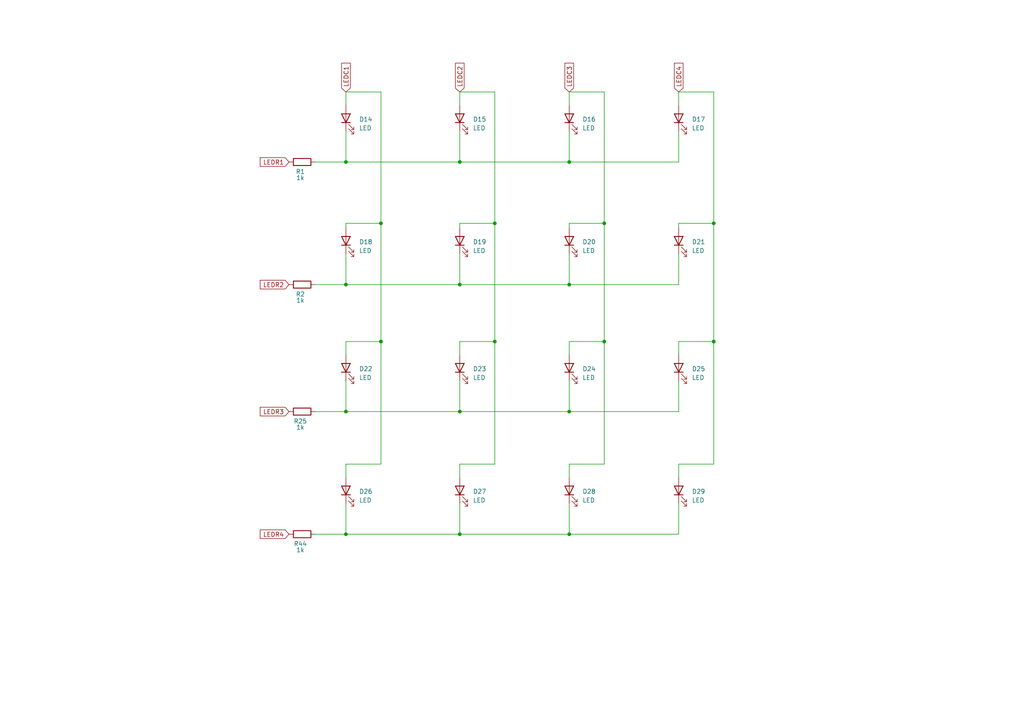
<source format=kicad_sch>
(kicad_sch
	(version 20250114)
	(generator "eeschema")
	(generator_version "9.0")
	(uuid "a2760572-a6c7-461a-9e1d-52f257f98a5f")
	(paper "A4")
	(title_block
		(title "LED Matrix")
	)
	(lib_symbols
		(symbol "Device:LED"
			(pin_numbers
				(hide yes)
			)
			(pin_names
				(offset 1.016)
				(hide yes)
			)
			(exclude_from_sim no)
			(in_bom yes)
			(on_board yes)
			(property "Reference" "D"
				(at 0 2.54 0)
				(effects
					(font
						(size 1.27 1.27)
					)
				)
			)
			(property "Value" "LED"
				(at 0 -2.54 0)
				(effects
					(font
						(size 1.27 1.27)
					)
				)
			)
			(property "Footprint" ""
				(at 0 0 0)
				(effects
					(font
						(size 1.27 1.27)
					)
					(hide yes)
				)
			)
			(property "Datasheet" "~"
				(at 0 0 0)
				(effects
					(font
						(size 1.27 1.27)
					)
					(hide yes)
				)
			)
			(property "Description" "Light emitting diode"
				(at 0 0 0)
				(effects
					(font
						(size 1.27 1.27)
					)
					(hide yes)
				)
			)
			(property "Sim.Pins" "1=K 2=A"
				(at 0 0 0)
				(effects
					(font
						(size 1.27 1.27)
					)
					(hide yes)
				)
			)
			(property "ki_keywords" "LED diode"
				(at 0 0 0)
				(effects
					(font
						(size 1.27 1.27)
					)
					(hide yes)
				)
			)
			(property "ki_fp_filters" "LED* LED_SMD:* LED_THT:*"
				(at 0 0 0)
				(effects
					(font
						(size 1.27 1.27)
					)
					(hide yes)
				)
			)
			(symbol "LED_0_1"
				(polyline
					(pts
						(xy -3.048 -0.762) (xy -4.572 -2.286) (xy -3.81 -2.286) (xy -4.572 -2.286) (xy -4.572 -1.524)
					)
					(stroke
						(width 0)
						(type default)
					)
					(fill
						(type none)
					)
				)
				(polyline
					(pts
						(xy -1.778 -0.762) (xy -3.302 -2.286) (xy -2.54 -2.286) (xy -3.302 -2.286) (xy -3.302 -1.524)
					)
					(stroke
						(width 0)
						(type default)
					)
					(fill
						(type none)
					)
				)
				(polyline
					(pts
						(xy -1.27 0) (xy 1.27 0)
					)
					(stroke
						(width 0)
						(type default)
					)
					(fill
						(type none)
					)
				)
				(polyline
					(pts
						(xy -1.27 -1.27) (xy -1.27 1.27)
					)
					(stroke
						(width 0.254)
						(type default)
					)
					(fill
						(type none)
					)
				)
				(polyline
					(pts
						(xy 1.27 -1.27) (xy 1.27 1.27) (xy -1.27 0) (xy 1.27 -1.27)
					)
					(stroke
						(width 0.254)
						(type default)
					)
					(fill
						(type none)
					)
				)
			)
			(symbol "LED_1_1"
				(pin passive line
					(at -3.81 0 0)
					(length 2.54)
					(name "K"
						(effects
							(font
								(size 1.27 1.27)
							)
						)
					)
					(number "1"
						(effects
							(font
								(size 1.27 1.27)
							)
						)
					)
				)
				(pin passive line
					(at 3.81 0 180)
					(length 2.54)
					(name "A"
						(effects
							(font
								(size 1.27 1.27)
							)
						)
					)
					(number "2"
						(effects
							(font
								(size 1.27 1.27)
							)
						)
					)
				)
			)
			(embedded_fonts no)
		)
		(symbol "Device:R"
			(pin_numbers
				(hide yes)
			)
			(pin_names
				(offset 0)
			)
			(exclude_from_sim no)
			(in_bom yes)
			(on_board yes)
			(property "Reference" "R"
				(at 2.032 0 90)
				(effects
					(font
						(size 1.27 1.27)
					)
				)
			)
			(property "Value" "R"
				(at 0 0 90)
				(effects
					(font
						(size 1.27 1.27)
					)
				)
			)
			(property "Footprint" ""
				(at -1.778 0 90)
				(effects
					(font
						(size 1.27 1.27)
					)
					(hide yes)
				)
			)
			(property "Datasheet" "~"
				(at 0 0 0)
				(effects
					(font
						(size 1.27 1.27)
					)
					(hide yes)
				)
			)
			(property "Description" "Resistor"
				(at 0 0 0)
				(effects
					(font
						(size 1.27 1.27)
					)
					(hide yes)
				)
			)
			(property "ki_keywords" "R res resistor"
				(at 0 0 0)
				(effects
					(font
						(size 1.27 1.27)
					)
					(hide yes)
				)
			)
			(property "ki_fp_filters" "R_*"
				(at 0 0 0)
				(effects
					(font
						(size 1.27 1.27)
					)
					(hide yes)
				)
			)
			(symbol "R_0_1"
				(rectangle
					(start -1.016 -2.54)
					(end 1.016 2.54)
					(stroke
						(width 0.254)
						(type default)
					)
					(fill
						(type none)
					)
				)
			)
			(symbol "R_1_1"
				(pin passive line
					(at 0 3.81 270)
					(length 1.27)
					(name "~"
						(effects
							(font
								(size 1.27 1.27)
							)
						)
					)
					(number "1"
						(effects
							(font
								(size 1.27 1.27)
							)
						)
					)
				)
				(pin passive line
					(at 0 -3.81 90)
					(length 1.27)
					(name "~"
						(effects
							(font
								(size 1.27 1.27)
							)
						)
					)
					(number "2"
						(effects
							(font
								(size 1.27 1.27)
							)
						)
					)
				)
			)
			(embedded_fonts no)
		)
	)
	(junction
		(at 110.49 64.77)
		(diameter 0)
		(color 0 0 0 0)
		(uuid "1ba34d8b-cf99-4568-acff-ca4911c7b272")
	)
	(junction
		(at 207.01 99.06)
		(diameter 0)
		(color 0 0 0 0)
		(uuid "2d6cf6e2-1f75-49f1-8272-d6b668350a2c")
	)
	(junction
		(at 175.26 64.77)
		(diameter 0)
		(color 0 0 0 0)
		(uuid "3f6c63fa-8a8c-470e-b809-b239aa1c5651")
	)
	(junction
		(at 100.33 46.99)
		(diameter 0)
		(color 0 0 0 0)
		(uuid "4f53eba9-65f5-42e2-88b5-9369446e55ec")
	)
	(junction
		(at 133.35 82.55)
		(diameter 0)
		(color 0 0 0 0)
		(uuid "53875344-733d-42db-b66c-97a9b9df8de0")
	)
	(junction
		(at 110.49 99.06)
		(diameter 0)
		(color 0 0 0 0)
		(uuid "68f532dc-1040-464b-9511-a8c3c9e35039")
	)
	(junction
		(at 143.51 99.06)
		(diameter 0)
		(color 0 0 0 0)
		(uuid "752dc64e-b3d4-4f68-9494-a5114428b27e")
	)
	(junction
		(at 207.01 64.77)
		(diameter 0)
		(color 0 0 0 0)
		(uuid "7ded722e-a608-410b-ab62-e11db25937c0")
	)
	(junction
		(at 175.26 99.06)
		(diameter 0)
		(color 0 0 0 0)
		(uuid "8373642f-b494-41cd-8e15-7032ea97e34a")
	)
	(junction
		(at 165.1 119.38)
		(diameter 0)
		(color 0 0 0 0)
		(uuid "95d8b427-9dd0-46f2-bb20-ddd88de46876")
	)
	(junction
		(at 100.33 119.38)
		(diameter 0)
		(color 0 0 0 0)
		(uuid "9b280aea-9ff6-4a34-8532-3ddf1df97fef")
	)
	(junction
		(at 133.35 154.94)
		(diameter 0)
		(color 0 0 0 0)
		(uuid "b3ef0bf7-f7b5-403e-ab5b-690643afeacb")
	)
	(junction
		(at 100.33 82.55)
		(diameter 0)
		(color 0 0 0 0)
		(uuid "bcc0d837-c0fc-4c75-be41-18c8e950176f")
	)
	(junction
		(at 100.33 154.94)
		(diameter 0)
		(color 0 0 0 0)
		(uuid "c4df7957-5b07-4595-a5b7-f454c209d2c5")
	)
	(junction
		(at 133.35 46.99)
		(diameter 0)
		(color 0 0 0 0)
		(uuid "cb9c4523-8af2-4987-88d7-8662577f2af8")
	)
	(junction
		(at 165.1 154.94)
		(diameter 0)
		(color 0 0 0 0)
		(uuid "d41eec8b-c02f-4a46-8927-0b72f8074baf")
	)
	(junction
		(at 133.35 119.38)
		(diameter 0)
		(color 0 0 0 0)
		(uuid "e7aa89d4-ffb7-428a-9b0f-5489664670c0")
	)
	(junction
		(at 165.1 82.55)
		(diameter 0)
		(color 0 0 0 0)
		(uuid "eba10282-ec2a-448d-a00c-886785bf5217")
	)
	(junction
		(at 143.51 64.77)
		(diameter 0)
		(color 0 0 0 0)
		(uuid "f861c45d-686d-4153-bd2c-c97bab7ffe08")
	)
	(junction
		(at 165.1 46.99)
		(diameter 0)
		(color 0 0 0 0)
		(uuid "f95c0bb2-7bd9-43bf-8979-039ca772bd2f")
	)
	(wire
		(pts
			(xy 133.35 110.49) (xy 133.35 119.38)
		)
		(stroke
			(width 0)
			(type default)
		)
		(uuid "00405efa-e435-4114-9cb9-c5900796c83b")
	)
	(wire
		(pts
			(xy 165.1 46.99) (xy 133.35 46.99)
		)
		(stroke
			(width 0)
			(type default)
		)
		(uuid "027a86fa-c56c-4859-872c-96bade24e495")
	)
	(wire
		(pts
			(xy 100.33 82.55) (xy 91.44 82.55)
		)
		(stroke
			(width 0)
			(type default)
		)
		(uuid "0334e4c4-130c-4a80-b352-b300fc3f47c1")
	)
	(wire
		(pts
			(xy 100.33 134.62) (xy 100.33 138.43)
		)
		(stroke
			(width 0)
			(type default)
		)
		(uuid "0621fed7-a020-44b0-84a2-e4895011ee7e")
	)
	(wire
		(pts
			(xy 143.51 64.77) (xy 143.51 99.06)
		)
		(stroke
			(width 0)
			(type default)
		)
		(uuid "06686df0-3077-4add-9747-1150517563a1")
	)
	(wire
		(pts
			(xy 196.85 73.66) (xy 196.85 82.55)
		)
		(stroke
			(width 0)
			(type default)
		)
		(uuid "0a400f56-0faf-48e8-aee4-e4d07f2dfdf2")
	)
	(wire
		(pts
			(xy 196.85 99.06) (xy 196.85 102.87)
		)
		(stroke
			(width 0)
			(type default)
		)
		(uuid "0a72eebe-ef78-491f-80b0-d85263821ba6")
	)
	(wire
		(pts
			(xy 196.85 46.99) (xy 165.1 46.99)
		)
		(stroke
			(width 0)
			(type default)
		)
		(uuid "141dc6e9-ec6f-42f0-86d8-b40292b98a89")
	)
	(wire
		(pts
			(xy 196.85 30.48) (xy 196.85 26.67)
		)
		(stroke
			(width 0)
			(type default)
		)
		(uuid "17330b5e-88cc-4ab1-95a8-b4ef21d4e701")
	)
	(wire
		(pts
			(xy 207.01 134.62) (xy 196.85 134.62)
		)
		(stroke
			(width 0)
			(type default)
		)
		(uuid "1a024f3d-83f6-4f3e-8263-962d966be5d5")
	)
	(wire
		(pts
			(xy 133.35 64.77) (xy 143.51 64.77)
		)
		(stroke
			(width 0)
			(type default)
		)
		(uuid "1a0b5cdd-0284-4117-8c85-9de4918d858a")
	)
	(wire
		(pts
			(xy 175.26 134.62) (xy 165.1 134.62)
		)
		(stroke
			(width 0)
			(type default)
		)
		(uuid "22de50ce-ee88-4600-b15f-22ada34e3235")
	)
	(wire
		(pts
			(xy 100.33 99.06) (xy 110.49 99.06)
		)
		(stroke
			(width 0)
			(type default)
		)
		(uuid "2974de95-9b01-42f6-8d32-62c16a1f30f8")
	)
	(wire
		(pts
			(xy 133.35 119.38) (xy 100.33 119.38)
		)
		(stroke
			(width 0)
			(type default)
		)
		(uuid "30001d0f-7cd5-419f-b813-56baa2e196b8")
	)
	(wire
		(pts
			(xy 100.33 154.94) (xy 91.44 154.94)
		)
		(stroke
			(width 0)
			(type default)
		)
		(uuid "3ba5f647-b530-42c8-9e73-e2560cf7be96")
	)
	(wire
		(pts
			(xy 207.01 99.06) (xy 207.01 134.62)
		)
		(stroke
			(width 0)
			(type default)
		)
		(uuid "3c7e932b-7be7-4f73-9c7f-d7a410c30c8b")
	)
	(wire
		(pts
			(xy 133.35 46.99) (xy 100.33 46.99)
		)
		(stroke
			(width 0)
			(type default)
		)
		(uuid "3d784929-46ae-4d16-9b97-96d78cec373e")
	)
	(wire
		(pts
			(xy 196.85 38.1) (xy 196.85 46.99)
		)
		(stroke
			(width 0)
			(type default)
		)
		(uuid "3dd06e29-9c39-4e97-a137-8abafab6a9e2")
	)
	(wire
		(pts
			(xy 165.1 73.66) (xy 165.1 82.55)
		)
		(stroke
			(width 0)
			(type default)
		)
		(uuid "3ff4b7b6-14a3-49bc-9b94-d3cba3be7902")
	)
	(wire
		(pts
			(xy 196.85 64.77) (xy 196.85 66.04)
		)
		(stroke
			(width 0)
			(type default)
		)
		(uuid "4102a2bd-2c54-47f2-be1e-7b3a900493d9")
	)
	(wire
		(pts
			(xy 196.85 82.55) (xy 165.1 82.55)
		)
		(stroke
			(width 0)
			(type default)
		)
		(uuid "44287a92-ee94-46cd-867e-a55d035d4c2e")
	)
	(wire
		(pts
			(xy 165.1 146.05) (xy 165.1 154.94)
		)
		(stroke
			(width 0)
			(type default)
		)
		(uuid "443c3963-3c09-433c-ad54-80c075abfc4e")
	)
	(wire
		(pts
			(xy 133.35 99.06) (xy 143.51 99.06)
		)
		(stroke
			(width 0)
			(type default)
		)
		(uuid "4629f636-9a90-4cc8-91ef-e31a063c804c")
	)
	(wire
		(pts
			(xy 175.26 64.77) (xy 175.26 99.06)
		)
		(stroke
			(width 0)
			(type default)
		)
		(uuid "47590055-034d-4038-9e09-52d8aa7fcb63")
	)
	(wire
		(pts
			(xy 100.33 73.66) (xy 100.33 82.55)
		)
		(stroke
			(width 0)
			(type default)
		)
		(uuid "4e6527a5-5cd6-498e-993e-c2adfa2ea3a1")
	)
	(wire
		(pts
			(xy 196.85 119.38) (xy 165.1 119.38)
		)
		(stroke
			(width 0)
			(type default)
		)
		(uuid "509ab4f0-1a76-48f6-8cc6-5e7d33c9a25e")
	)
	(wire
		(pts
			(xy 133.35 73.66) (xy 133.35 82.55)
		)
		(stroke
			(width 0)
			(type default)
		)
		(uuid "51372b93-afb4-4dd5-a64b-9e6fad3e757e")
	)
	(wire
		(pts
			(xy 196.85 26.67) (xy 207.01 26.67)
		)
		(stroke
			(width 0)
			(type default)
		)
		(uuid "563e184b-c090-455d-94b1-4c34100541a4")
	)
	(wire
		(pts
			(xy 175.26 99.06) (xy 175.26 134.62)
		)
		(stroke
			(width 0)
			(type default)
		)
		(uuid "581d2354-4cdb-4fc3-82c7-1e8f63204b91")
	)
	(wire
		(pts
			(xy 100.33 38.1) (xy 100.33 46.99)
		)
		(stroke
			(width 0)
			(type default)
		)
		(uuid "5d9d6e99-800c-47ef-9962-11eab9759fb3")
	)
	(wire
		(pts
			(xy 133.35 30.48) (xy 133.35 26.67)
		)
		(stroke
			(width 0)
			(type default)
		)
		(uuid "6125eae9-5b93-459a-b302-92845bcfed88")
	)
	(wire
		(pts
			(xy 196.85 64.77) (xy 207.01 64.77)
		)
		(stroke
			(width 0)
			(type default)
		)
		(uuid "648bea4c-6ccc-41c4-95d8-cc653349cc41")
	)
	(wire
		(pts
			(xy 165.1 82.55) (xy 133.35 82.55)
		)
		(stroke
			(width 0)
			(type default)
		)
		(uuid "66aa2ff0-6351-4c21-a140-8119a0c3d427")
	)
	(wire
		(pts
			(xy 165.1 119.38) (xy 133.35 119.38)
		)
		(stroke
			(width 0)
			(type default)
		)
		(uuid "6c91408f-17df-49fa-a87b-4b59bc87bfdb")
	)
	(wire
		(pts
			(xy 133.35 154.94) (xy 100.33 154.94)
		)
		(stroke
			(width 0)
			(type default)
		)
		(uuid "6d802178-c876-43bb-a556-c38a5b86bb55")
	)
	(wire
		(pts
			(xy 175.26 26.67) (xy 175.26 64.77)
		)
		(stroke
			(width 0)
			(type default)
		)
		(uuid "6e5604d6-bb87-45e7-bcf0-36d70ebd22ce")
	)
	(wire
		(pts
			(xy 196.85 99.06) (xy 207.01 99.06)
		)
		(stroke
			(width 0)
			(type default)
		)
		(uuid "71425b40-5dc5-43b2-8e6a-342827fd99a2")
	)
	(wire
		(pts
			(xy 100.33 64.77) (xy 100.33 66.04)
		)
		(stroke
			(width 0)
			(type default)
		)
		(uuid "7685b63f-9a84-4a6b-8f9d-8e65173232f7")
	)
	(wire
		(pts
			(xy 165.1 110.49) (xy 165.1 119.38)
		)
		(stroke
			(width 0)
			(type default)
		)
		(uuid "7b89870a-1c3e-4997-b9a7-320de807882b")
	)
	(wire
		(pts
			(xy 133.35 99.06) (xy 133.35 102.87)
		)
		(stroke
			(width 0)
			(type default)
		)
		(uuid "82844582-69b5-449d-884f-d7bbeede89c8")
	)
	(wire
		(pts
			(xy 110.49 99.06) (xy 110.49 134.62)
		)
		(stroke
			(width 0)
			(type default)
		)
		(uuid "82f824a1-9b60-489e-b746-bc649d5a7578")
	)
	(wire
		(pts
			(xy 196.85 154.94) (xy 165.1 154.94)
		)
		(stroke
			(width 0)
			(type default)
		)
		(uuid "85009a6b-47ab-4ba4-abe5-412669722a2e")
	)
	(wire
		(pts
			(xy 133.35 26.67) (xy 143.51 26.67)
		)
		(stroke
			(width 0)
			(type default)
		)
		(uuid "85bc0766-c79a-4d33-83ba-11a29bf8931b")
	)
	(wire
		(pts
			(xy 207.01 26.67) (xy 207.01 64.77)
		)
		(stroke
			(width 0)
			(type default)
		)
		(uuid "8d200338-daf7-4fb5-94b5-0abace0c053f")
	)
	(wire
		(pts
			(xy 133.35 38.1) (xy 133.35 46.99)
		)
		(stroke
			(width 0)
			(type default)
		)
		(uuid "8d23d709-945f-4d74-a373-6f97bdb72c8c")
	)
	(wire
		(pts
			(xy 196.85 110.49) (xy 196.85 119.38)
		)
		(stroke
			(width 0)
			(type default)
		)
		(uuid "8fa0e03a-91b8-428e-abc2-b31915610f31")
	)
	(wire
		(pts
			(xy 110.49 134.62) (xy 100.33 134.62)
		)
		(stroke
			(width 0)
			(type default)
		)
		(uuid "9303d588-25cb-41e2-91ac-38a7e4aa34b8")
	)
	(wire
		(pts
			(xy 100.33 110.49) (xy 100.33 119.38)
		)
		(stroke
			(width 0)
			(type default)
		)
		(uuid "9364b6d0-e27d-45fd-955b-11b4e16d8320")
	)
	(wire
		(pts
			(xy 133.35 146.05) (xy 133.35 154.94)
		)
		(stroke
			(width 0)
			(type default)
		)
		(uuid "95544805-13c0-407b-8970-2323bc127f75")
	)
	(wire
		(pts
			(xy 133.35 134.62) (xy 133.35 138.43)
		)
		(stroke
			(width 0)
			(type default)
		)
		(uuid "99b8e7cf-391e-458d-831b-a09b0dd7019f")
	)
	(wire
		(pts
			(xy 165.1 99.06) (xy 175.26 99.06)
		)
		(stroke
			(width 0)
			(type default)
		)
		(uuid "a1d6d91f-7760-4e27-ba25-4c6191af9e7c")
	)
	(wire
		(pts
			(xy 165.1 30.48) (xy 165.1 26.67)
		)
		(stroke
			(width 0)
			(type default)
		)
		(uuid "a3ef261a-4bfa-4842-8e91-1f756df573e5")
	)
	(wire
		(pts
			(xy 133.35 82.55) (xy 100.33 82.55)
		)
		(stroke
			(width 0)
			(type default)
		)
		(uuid "a4b3aafc-40de-4677-bd84-097b00cfb12d")
	)
	(wire
		(pts
			(xy 165.1 64.77) (xy 165.1 66.04)
		)
		(stroke
			(width 0)
			(type default)
		)
		(uuid "aa470ce9-f975-49b2-9a4c-d066da5b8ded")
	)
	(wire
		(pts
			(xy 143.51 26.67) (xy 143.51 64.77)
		)
		(stroke
			(width 0)
			(type default)
		)
		(uuid "ac653519-615b-41af-9364-104c6bb9b355")
	)
	(wire
		(pts
			(xy 165.1 64.77) (xy 175.26 64.77)
		)
		(stroke
			(width 0)
			(type default)
		)
		(uuid "b0e6903a-8181-48f0-bf2a-c838f814045d")
	)
	(wire
		(pts
			(xy 100.33 146.05) (xy 100.33 154.94)
		)
		(stroke
			(width 0)
			(type default)
		)
		(uuid "b3b9745e-6206-4aaa-aa23-ec4073332377")
	)
	(wire
		(pts
			(xy 100.33 26.67) (xy 110.49 26.67)
		)
		(stroke
			(width 0)
			(type default)
		)
		(uuid "b418d187-f343-44a7-b91c-f86840909301")
	)
	(wire
		(pts
			(xy 196.85 146.05) (xy 196.85 154.94)
		)
		(stroke
			(width 0)
			(type default)
		)
		(uuid "b432b94d-6a09-48d9-a888-a8cdf123c155")
	)
	(wire
		(pts
			(xy 110.49 64.77) (xy 110.49 99.06)
		)
		(stroke
			(width 0)
			(type default)
		)
		(uuid "b59e7103-4e9e-460c-8074-50b33be7f901")
	)
	(wire
		(pts
			(xy 165.1 38.1) (xy 165.1 46.99)
		)
		(stroke
			(width 0)
			(type default)
		)
		(uuid "b9e65eec-034b-46ea-bc5e-af3b2ffeff6c")
	)
	(wire
		(pts
			(xy 100.33 119.38) (xy 91.44 119.38)
		)
		(stroke
			(width 0)
			(type default)
		)
		(uuid "bf1301b4-a548-430c-a764-4a56405f9d60")
	)
	(wire
		(pts
			(xy 133.35 64.77) (xy 133.35 66.04)
		)
		(stroke
			(width 0)
			(type default)
		)
		(uuid "c0d5ebf6-97e8-4ccb-9116-b142ebc108f5")
	)
	(wire
		(pts
			(xy 100.33 30.48) (xy 100.33 26.67)
		)
		(stroke
			(width 0)
			(type default)
		)
		(uuid "c5f6819f-a1b1-44c9-a06a-1be778b7ecde")
	)
	(wire
		(pts
			(xy 207.01 64.77) (xy 207.01 99.06)
		)
		(stroke
			(width 0)
			(type default)
		)
		(uuid "cc937574-87a1-4733-ae9b-7bdf615fcfab")
	)
	(wire
		(pts
			(xy 165.1 26.67) (xy 175.26 26.67)
		)
		(stroke
			(width 0)
			(type default)
		)
		(uuid "ccb5b40e-269a-4308-8958-a5f97d607a92")
	)
	(wire
		(pts
			(xy 143.51 99.06) (xy 143.51 134.62)
		)
		(stroke
			(width 0)
			(type default)
		)
		(uuid "d0e6c493-1fec-4a52-8704-639d657e3d38")
	)
	(wire
		(pts
			(xy 110.49 26.67) (xy 110.49 64.77)
		)
		(stroke
			(width 0)
			(type default)
		)
		(uuid "d67da2ba-a228-402b-9cc9-30a535579787")
	)
	(wire
		(pts
			(xy 165.1 134.62) (xy 165.1 138.43)
		)
		(stroke
			(width 0)
			(type default)
		)
		(uuid "e3d71142-f236-4332-a8ce-8c69e03c229c")
	)
	(wire
		(pts
			(xy 100.33 99.06) (xy 100.33 102.87)
		)
		(stroke
			(width 0)
			(type default)
		)
		(uuid "e6cfee00-129e-4311-bbc3-865609a07d2f")
	)
	(wire
		(pts
			(xy 100.33 64.77) (xy 110.49 64.77)
		)
		(stroke
			(width 0)
			(type default)
		)
		(uuid "e8f68228-4305-46b6-964d-a98b020b120d")
	)
	(wire
		(pts
			(xy 100.33 46.99) (xy 91.44 46.99)
		)
		(stroke
			(width 0)
			(type default)
		)
		(uuid "eaceaaa2-688d-49b4-acd8-5ac0f91c7071")
	)
	(wire
		(pts
			(xy 165.1 99.06) (xy 165.1 102.87)
		)
		(stroke
			(width 0)
			(type default)
		)
		(uuid "eec43753-c72b-4a20-bf2c-6f5ae6060a72")
	)
	(wire
		(pts
			(xy 143.51 134.62) (xy 133.35 134.62)
		)
		(stroke
			(width 0)
			(type default)
		)
		(uuid "f686ffe8-5bc9-4a57-876d-cabc681ba64c")
	)
	(wire
		(pts
			(xy 165.1 154.94) (xy 133.35 154.94)
		)
		(stroke
			(width 0)
			(type default)
		)
		(uuid "fa332a1d-fd39-46a6-b600-907656e4b417")
	)
	(wire
		(pts
			(xy 196.85 134.62) (xy 196.85 138.43)
		)
		(stroke
			(width 0)
			(type default)
		)
		(uuid "fc8e1c4c-d1a7-4e95-a17f-cf21ba1188f1")
	)
	(global_label "LEDC4"
		(shape input)
		(at 196.85 26.67 90)
		(fields_autoplaced yes)
		(effects
			(font
				(size 1.27 1.27)
			)
			(justify left)
		)
		(uuid "31e5bbf3-69fb-4b01-920b-32eae468fa11")
		(property "Intersheetrefs" "${INTERSHEET_REFS}"
			(at 196.85 17.7582 90)
			(effects
				(font
					(size 1.27 1.27)
				)
				(justify left)
				(hide yes)
			)
		)
	)
	(global_label "LEDR3"
		(shape input)
		(at 83.82 119.38 180)
		(fields_autoplaced yes)
		(effects
			(font
				(size 1.27 1.27)
			)
			(justify right)
		)
		(uuid "6e8913ee-cf2e-4e61-b4b3-ae6579ed29c0")
		(property "Intersheetrefs" "${INTERSHEET_REFS}"
			(at 74.9082 119.38 0)
			(effects
				(font
					(size 1.27 1.27)
				)
				(justify right)
				(hide yes)
			)
		)
	)
	(global_label "LEDR1"
		(shape input)
		(at 83.82 46.99 180)
		(fields_autoplaced yes)
		(effects
			(font
				(size 1.27 1.27)
			)
			(justify right)
		)
		(uuid "70b538de-c230-48a5-a035-2903a271f687")
		(property "Intersheetrefs" "${INTERSHEET_REFS}"
			(at 74.9082 46.99 0)
			(effects
				(font
					(size 1.27 1.27)
				)
				(justify right)
				(hide yes)
			)
		)
	)
	(global_label "LEDR2"
		(shape input)
		(at 83.82 82.55 180)
		(fields_autoplaced yes)
		(effects
			(font
				(size 1.27 1.27)
			)
			(justify right)
		)
		(uuid "b8a05d55-ba9a-493e-85b1-3dbf0439b6ac")
		(property "Intersheetrefs" "${INTERSHEET_REFS}"
			(at 74.9082 82.55 0)
			(effects
				(font
					(size 1.27 1.27)
				)
				(justify right)
				(hide yes)
			)
		)
	)
	(global_label "LEDC2"
		(shape input)
		(at 133.35 26.67 90)
		(fields_autoplaced yes)
		(effects
			(font
				(size 1.27 1.27)
			)
			(justify left)
		)
		(uuid "c0e02a1d-5458-41f7-b084-bfb1f36c2b9d")
		(property "Intersheetrefs" "${INTERSHEET_REFS}"
			(at 133.35 17.7582 90)
			(effects
				(font
					(size 1.27 1.27)
				)
				(justify left)
				(hide yes)
			)
		)
	)
	(global_label "LEDR4"
		(shape input)
		(at 83.82 154.94 180)
		(fields_autoplaced yes)
		(effects
			(font
				(size 1.27 1.27)
			)
			(justify right)
		)
		(uuid "c2005c9c-489c-4577-a1b1-3874319d5372")
		(property "Intersheetrefs" "${INTERSHEET_REFS}"
			(at 74.9082 154.94 0)
			(effects
				(font
					(size 1.27 1.27)
				)
				(justify right)
				(hide yes)
			)
		)
	)
	(global_label "LEDC3"
		(shape input)
		(at 165.1 26.67 90)
		(fields_autoplaced yes)
		(effects
			(font
				(size 1.27 1.27)
			)
			(justify left)
		)
		(uuid "c56a6920-7539-4d35-b4a2-0020569e16c1")
		(property "Intersheetrefs" "${INTERSHEET_REFS}"
			(at 165.1 17.7582 90)
			(effects
				(font
					(size 1.27 1.27)
				)
				(justify left)
				(hide yes)
			)
		)
	)
	(global_label "LEDC1"
		(shape input)
		(at 100.33 26.67 90)
		(fields_autoplaced yes)
		(effects
			(font
				(size 1.27 1.27)
			)
			(justify left)
		)
		(uuid "d39f3ad9-ae82-416a-8aef-593347589706")
		(property "Intersheetrefs" "${INTERSHEET_REFS}"
			(at 100.33 17.7582 90)
			(effects
				(font
					(size 1.27 1.27)
				)
				(justify left)
				(hide yes)
			)
		)
	)
	(symbol
		(lib_id "Device:LED")
		(at 100.33 69.85 90)
		(unit 1)
		(exclude_from_sim no)
		(in_bom yes)
		(on_board yes)
		(dnp no)
		(fields_autoplaced yes)
		(uuid "00693830-ab0d-488a-8798-b187febccab6")
		(property "Reference" "D18"
			(at 104.14 70.1674 90)
			(effects
				(font
					(size 1.27 1.27)
				)
				(justify right)
			)
		)
		(property "Value" "LED"
			(at 104.14 72.7074 90)
			(effects
				(font
					(size 1.27 1.27)
				)
				(justify right)
			)
		)
		(property "Footprint" "LED_THT:LED_D3.0mm"
			(at 100.33 69.85 0)
			(effects
				(font
					(size 1.27 1.27)
				)
				(hide yes)
			)
		)
		(property "Datasheet" "~"
			(at 100.33 69.85 0)
			(effects
				(font
					(size 1.27 1.27)
				)
				(hide yes)
			)
		)
		(property "Description" "Light emitting diode"
			(at 100.33 69.85 0)
			(effects
				(font
					(size 1.27 1.27)
				)
				(hide yes)
			)
		)
		(property "Sim.Pins" "1=K 2=A"
			(at 100.33 69.85 0)
			(effects
				(font
					(size 1.27 1.27)
				)
				(hide yes)
			)
		)
		(pin "2"
			(uuid "a04d1d5f-d465-4db5-90be-54fc578c4832")
		)
		(pin "1"
			(uuid "b8e9a1a4-68bd-4018-936d-876c1cf8ab82")
		)
		(instances
			(project "Seq2"
				(path "/c5268646-47db-49a5-acc1-072b1c57b66e/3c5b3a2b-55e0-4d34-8d84-c876f8af227c"
					(reference "D18")
					(unit 1)
				)
			)
		)
	)
	(symbol
		(lib_id "Device:LED")
		(at 100.33 34.29 90)
		(unit 1)
		(exclude_from_sim no)
		(in_bom yes)
		(on_board yes)
		(dnp no)
		(fields_autoplaced yes)
		(uuid "03949dc4-2307-4579-9cdf-e3259a97fba5")
		(property "Reference" "D14"
			(at 104.14 34.6074 90)
			(effects
				(font
					(size 1.27 1.27)
				)
				(justify right)
			)
		)
		(property "Value" "LED"
			(at 104.14 37.1474 90)
			(effects
				(font
					(size 1.27 1.27)
				)
				(justify right)
			)
		)
		(property "Footprint" "LED_THT:LED_D3.0mm"
			(at 100.33 34.29 0)
			(effects
				(font
					(size 1.27 1.27)
				)
				(hide yes)
			)
		)
		(property "Datasheet" "~"
			(at 100.33 34.29 0)
			(effects
				(font
					(size 1.27 1.27)
				)
				(hide yes)
			)
		)
		(property "Description" "Light emitting diode"
			(at 100.33 34.29 0)
			(effects
				(font
					(size 1.27 1.27)
				)
				(hide yes)
			)
		)
		(property "Sim.Pins" "1=K 2=A"
			(at 100.33 34.29 0)
			(effects
				(font
					(size 1.27 1.27)
				)
				(hide yes)
			)
		)
		(pin "2"
			(uuid "039696fe-82e3-44df-9c0f-f5c7fd492ba2")
		)
		(pin "1"
			(uuid "02bf3c25-a4cb-4532-b224-ae2b411df0b9")
		)
		(instances
			(project "Seq2"
				(path "/c5268646-47db-49a5-acc1-072b1c57b66e/3c5b3a2b-55e0-4d34-8d84-c876f8af227c"
					(reference "D14")
					(unit 1)
				)
			)
		)
	)
	(symbol
		(lib_id "Device:LED")
		(at 165.1 69.85 90)
		(unit 1)
		(exclude_from_sim no)
		(in_bom yes)
		(on_board yes)
		(dnp no)
		(fields_autoplaced yes)
		(uuid "07ed3e97-b0c8-4ec6-843f-010cb7f3d428")
		(property "Reference" "D20"
			(at 168.91 70.1674 90)
			(effects
				(font
					(size 1.27 1.27)
				)
				(justify right)
			)
		)
		(property "Value" "LED"
			(at 168.91 72.7074 90)
			(effects
				(font
					(size 1.27 1.27)
				)
				(justify right)
			)
		)
		(property "Footprint" "LED_THT:LED_D3.0mm"
			(at 165.1 69.85 0)
			(effects
				(font
					(size 1.27 1.27)
				)
				(hide yes)
			)
		)
		(property "Datasheet" "~"
			(at 165.1 69.85 0)
			(effects
				(font
					(size 1.27 1.27)
				)
				(hide yes)
			)
		)
		(property "Description" "Light emitting diode"
			(at 165.1 69.85 0)
			(effects
				(font
					(size 1.27 1.27)
				)
				(hide yes)
			)
		)
		(property "Sim.Pins" "1=K 2=A"
			(at 165.1 69.85 0)
			(effects
				(font
					(size 1.27 1.27)
				)
				(hide yes)
			)
		)
		(pin "2"
			(uuid "145bdd29-b2fa-4e53-a814-ab11e80b6538")
		)
		(pin "1"
			(uuid "56813151-00e4-428b-ad65-2f8de2dc1d99")
		)
		(instances
			(project "Seq2"
				(path "/c5268646-47db-49a5-acc1-072b1c57b66e/3c5b3a2b-55e0-4d34-8d84-c876f8af227c"
					(reference "D20")
					(unit 1)
				)
			)
		)
	)
	(symbol
		(lib_id "Device:LED")
		(at 196.85 69.85 90)
		(unit 1)
		(exclude_from_sim no)
		(in_bom yes)
		(on_board yes)
		(dnp no)
		(fields_autoplaced yes)
		(uuid "0bb6ea07-9a0f-4aa6-87af-cd382a47d8de")
		(property "Reference" "D21"
			(at 200.66 70.1674 90)
			(effects
				(font
					(size 1.27 1.27)
				)
				(justify right)
			)
		)
		(property "Value" "LED"
			(at 200.66 72.7074 90)
			(effects
				(font
					(size 1.27 1.27)
				)
				(justify right)
			)
		)
		(property "Footprint" "LED_THT:LED_D3.0mm"
			(at 196.85 69.85 0)
			(effects
				(font
					(size 1.27 1.27)
				)
				(hide yes)
			)
		)
		(property "Datasheet" "~"
			(at 196.85 69.85 0)
			(effects
				(font
					(size 1.27 1.27)
				)
				(hide yes)
			)
		)
		(property "Description" "Light emitting diode"
			(at 196.85 69.85 0)
			(effects
				(font
					(size 1.27 1.27)
				)
				(hide yes)
			)
		)
		(property "Sim.Pins" "1=K 2=A"
			(at 196.85 69.85 0)
			(effects
				(font
					(size 1.27 1.27)
				)
				(hide yes)
			)
		)
		(pin "2"
			(uuid "869b8772-5b67-4830-b3ea-4344a5be747f")
		)
		(pin "1"
			(uuid "c9655793-b24b-4466-9cbf-011cfd1ddb80")
		)
		(instances
			(project "Seq2"
				(path "/c5268646-47db-49a5-acc1-072b1c57b66e/3c5b3a2b-55e0-4d34-8d84-c876f8af227c"
					(reference "D21")
					(unit 1)
				)
			)
		)
	)
	(symbol
		(lib_id "Device:R")
		(at 87.63 82.55 270)
		(unit 1)
		(exclude_from_sim no)
		(in_bom yes)
		(on_board yes)
		(dnp no)
		(uuid "0f4de562-7baa-4f72-afe0-b7c1d43dac4e")
		(property "Reference" "R2"
			(at 87.122 85.344 90)
			(effects
				(font
					(size 1.27 1.27)
				)
			)
		)
		(property "Value" "1k"
			(at 87.122 87.122 90)
			(effects
				(font
					(size 1.27 1.27)
				)
			)
		)
		(property "Footprint" "Resistor_SMD:R_1206_3216Metric"
			(at 87.63 80.772 90)
			(effects
				(font
					(size 1.27 1.27)
				)
				(hide yes)
			)
		)
		(property "Datasheet" "~"
			(at 87.63 82.55 0)
			(effects
				(font
					(size 1.27 1.27)
				)
				(hide yes)
			)
		)
		(property "Description" "Resistor"
			(at 87.63 82.55 0)
			(effects
				(font
					(size 1.27 1.27)
				)
				(hide yes)
			)
		)
		(pin "2"
			(uuid "54c4596b-f1ac-4d8c-825b-45c4e231fa50")
		)
		(pin "1"
			(uuid "e9df2ce8-7e6a-46fd-ae4f-1aecb68c5899")
		)
		(instances
			(project "Seq2"
				(path "/c5268646-47db-49a5-acc1-072b1c57b66e/3c5b3a2b-55e0-4d34-8d84-c876f8af227c"
					(reference "R2")
					(unit 1)
				)
			)
		)
	)
	(symbol
		(lib_id "Device:LED")
		(at 100.33 106.68 90)
		(unit 1)
		(exclude_from_sim no)
		(in_bom yes)
		(on_board yes)
		(dnp no)
		(fields_autoplaced yes)
		(uuid "166674c3-f975-4f68-9e33-d37450009320")
		(property "Reference" "D22"
			(at 104.14 106.9974 90)
			(effects
				(font
					(size 1.27 1.27)
				)
				(justify right)
			)
		)
		(property "Value" "LED"
			(at 104.14 109.5374 90)
			(effects
				(font
					(size 1.27 1.27)
				)
				(justify right)
			)
		)
		(property "Footprint" "LED_THT:LED_D3.0mm"
			(at 100.33 106.68 0)
			(effects
				(font
					(size 1.27 1.27)
				)
				(hide yes)
			)
		)
		(property "Datasheet" "~"
			(at 100.33 106.68 0)
			(effects
				(font
					(size 1.27 1.27)
				)
				(hide yes)
			)
		)
		(property "Description" "Light emitting diode"
			(at 100.33 106.68 0)
			(effects
				(font
					(size 1.27 1.27)
				)
				(hide yes)
			)
		)
		(property "Sim.Pins" "1=K 2=A"
			(at 100.33 106.68 0)
			(effects
				(font
					(size 1.27 1.27)
				)
				(hide yes)
			)
		)
		(pin "2"
			(uuid "aa905d2e-9456-4b4e-aa6e-60781931cc1f")
		)
		(pin "1"
			(uuid "89ed970b-cbe4-43f1-a7f8-341b1742a0c1")
		)
		(instances
			(project "Seq2"
				(path "/c5268646-47db-49a5-acc1-072b1c57b66e/3c5b3a2b-55e0-4d34-8d84-c876f8af227c"
					(reference "D22")
					(unit 1)
				)
			)
		)
	)
	(symbol
		(lib_id "Device:R")
		(at 87.63 154.94 270)
		(unit 1)
		(exclude_from_sim no)
		(in_bom yes)
		(on_board yes)
		(dnp no)
		(uuid "1c9e7b78-d75c-4904-8925-a8134e07e0ac")
		(property "Reference" "R44"
			(at 87.122 157.734 90)
			(effects
				(font
					(size 1.27 1.27)
				)
			)
		)
		(property "Value" "1k"
			(at 87.122 159.512 90)
			(effects
				(font
					(size 1.27 1.27)
				)
			)
		)
		(property "Footprint" "Resistor_SMD:R_1206_3216Metric"
			(at 87.63 153.162 90)
			(effects
				(font
					(size 1.27 1.27)
				)
				(hide yes)
			)
		)
		(property "Datasheet" "~"
			(at 87.63 154.94 0)
			(effects
				(font
					(size 1.27 1.27)
				)
				(hide yes)
			)
		)
		(property "Description" "Resistor"
			(at 87.63 154.94 0)
			(effects
				(font
					(size 1.27 1.27)
				)
				(hide yes)
			)
		)
		(pin "2"
			(uuid "fe912f84-a8f0-4813-bc17-2cca074f7b9f")
		)
		(pin "1"
			(uuid "49f9712f-67f1-4e43-b4e4-069e0afe43f0")
		)
		(instances
			(project "Seq2"
				(path "/c5268646-47db-49a5-acc1-072b1c57b66e/3c5b3a2b-55e0-4d34-8d84-c876f8af227c"
					(reference "R44")
					(unit 1)
				)
			)
		)
	)
	(symbol
		(lib_id "Device:LED")
		(at 196.85 106.68 90)
		(unit 1)
		(exclude_from_sim no)
		(in_bom yes)
		(on_board yes)
		(dnp no)
		(fields_autoplaced yes)
		(uuid "38a0a689-066a-4591-b457-572c1695855b")
		(property "Reference" "D25"
			(at 200.66 106.9974 90)
			(effects
				(font
					(size 1.27 1.27)
				)
				(justify right)
			)
		)
		(property "Value" "LED"
			(at 200.66 109.5374 90)
			(effects
				(font
					(size 1.27 1.27)
				)
				(justify right)
			)
		)
		(property "Footprint" "LED_THT:LED_D3.0mm"
			(at 196.85 106.68 0)
			(effects
				(font
					(size 1.27 1.27)
				)
				(hide yes)
			)
		)
		(property "Datasheet" "~"
			(at 196.85 106.68 0)
			(effects
				(font
					(size 1.27 1.27)
				)
				(hide yes)
			)
		)
		(property "Description" "Light emitting diode"
			(at 196.85 106.68 0)
			(effects
				(font
					(size 1.27 1.27)
				)
				(hide yes)
			)
		)
		(property "Sim.Pins" "1=K 2=A"
			(at 196.85 106.68 0)
			(effects
				(font
					(size 1.27 1.27)
				)
				(hide yes)
			)
		)
		(pin "2"
			(uuid "452a37af-7c2a-4c26-a58c-3412a4eec3c3")
		)
		(pin "1"
			(uuid "18d64a6c-16e0-49f8-bcd4-f10f45c1b2fc")
		)
		(instances
			(project "Seq2"
				(path "/c5268646-47db-49a5-acc1-072b1c57b66e/3c5b3a2b-55e0-4d34-8d84-c876f8af227c"
					(reference "D25")
					(unit 1)
				)
			)
		)
	)
	(symbol
		(lib_id "Device:R")
		(at 87.63 119.38 270)
		(unit 1)
		(exclude_from_sim no)
		(in_bom yes)
		(on_board yes)
		(dnp no)
		(uuid "4229a45b-af44-47bc-b437-c80110ec771a")
		(property "Reference" "R25"
			(at 87.122 122.174 90)
			(effects
				(font
					(size 1.27 1.27)
				)
			)
		)
		(property "Value" "1k"
			(at 87.122 123.952 90)
			(effects
				(font
					(size 1.27 1.27)
				)
			)
		)
		(property "Footprint" "Resistor_SMD:R_1206_3216Metric"
			(at 87.63 117.602 90)
			(effects
				(font
					(size 1.27 1.27)
				)
				(hide yes)
			)
		)
		(property "Datasheet" "~"
			(at 87.63 119.38 0)
			(effects
				(font
					(size 1.27 1.27)
				)
				(hide yes)
			)
		)
		(property "Description" "Resistor"
			(at 87.63 119.38 0)
			(effects
				(font
					(size 1.27 1.27)
				)
				(hide yes)
			)
		)
		(pin "2"
			(uuid "581ab249-d3c3-46bf-8ffc-49d486426710")
		)
		(pin "1"
			(uuid "eff519f0-e7b7-4561-a930-e85c77d7e97f")
		)
		(instances
			(project "Seq2"
				(path "/c5268646-47db-49a5-acc1-072b1c57b66e/3c5b3a2b-55e0-4d34-8d84-c876f8af227c"
					(reference "R25")
					(unit 1)
				)
			)
		)
	)
	(symbol
		(lib_id "Device:R")
		(at 87.63 46.99 270)
		(unit 1)
		(exclude_from_sim no)
		(in_bom yes)
		(on_board yes)
		(dnp no)
		(uuid "46a68867-c7ae-4410-bb1d-94574ad67bed")
		(property "Reference" "R1"
			(at 87.122 49.784 90)
			(effects
				(font
					(size 1.27 1.27)
				)
			)
		)
		(property "Value" "1k"
			(at 87.122 51.562 90)
			(effects
				(font
					(size 1.27 1.27)
				)
			)
		)
		(property "Footprint" "Resistor_SMD:R_1206_3216Metric"
			(at 87.63 45.212 90)
			(effects
				(font
					(size 1.27 1.27)
				)
				(hide yes)
			)
		)
		(property "Datasheet" "~"
			(at 87.63 46.99 0)
			(effects
				(font
					(size 1.27 1.27)
				)
				(hide yes)
			)
		)
		(property "Description" "Resistor"
			(at 87.63 46.99 0)
			(effects
				(font
					(size 1.27 1.27)
				)
				(hide yes)
			)
		)
		(pin "2"
			(uuid "ff6bd00d-e047-4a72-8347-40778b2b45e9")
		)
		(pin "1"
			(uuid "b60f7d64-7566-4a10-b4d3-a6702623da67")
		)
		(instances
			(project "Seq2"
				(path "/c5268646-47db-49a5-acc1-072b1c57b66e/3c5b3a2b-55e0-4d34-8d84-c876f8af227c"
					(reference "R1")
					(unit 1)
				)
			)
		)
	)
	(symbol
		(lib_id "Device:LED")
		(at 133.35 106.68 90)
		(unit 1)
		(exclude_from_sim no)
		(in_bom yes)
		(on_board yes)
		(dnp no)
		(fields_autoplaced yes)
		(uuid "4afc4707-257a-417c-b3dc-4107acbee968")
		(property "Reference" "D23"
			(at 137.16 106.9974 90)
			(effects
				(font
					(size 1.27 1.27)
				)
				(justify right)
			)
		)
		(property "Value" "LED"
			(at 137.16 109.5374 90)
			(effects
				(font
					(size 1.27 1.27)
				)
				(justify right)
			)
		)
		(property "Footprint" "LED_THT:LED_D3.0mm"
			(at 133.35 106.68 0)
			(effects
				(font
					(size 1.27 1.27)
				)
				(hide yes)
			)
		)
		(property "Datasheet" "~"
			(at 133.35 106.68 0)
			(effects
				(font
					(size 1.27 1.27)
				)
				(hide yes)
			)
		)
		(property "Description" "Light emitting diode"
			(at 133.35 106.68 0)
			(effects
				(font
					(size 1.27 1.27)
				)
				(hide yes)
			)
		)
		(property "Sim.Pins" "1=K 2=A"
			(at 133.35 106.68 0)
			(effects
				(font
					(size 1.27 1.27)
				)
				(hide yes)
			)
		)
		(pin "2"
			(uuid "821ade03-1813-40c3-9557-5c92e7ff0ec8")
		)
		(pin "1"
			(uuid "1d484c2f-149e-4380-9ad0-7873c9bd7870")
		)
		(instances
			(project "Seq2"
				(path "/c5268646-47db-49a5-acc1-072b1c57b66e/3c5b3a2b-55e0-4d34-8d84-c876f8af227c"
					(reference "D23")
					(unit 1)
				)
			)
		)
	)
	(symbol
		(lib_id "Device:LED")
		(at 165.1 106.68 90)
		(unit 1)
		(exclude_from_sim no)
		(in_bom yes)
		(on_board yes)
		(dnp no)
		(fields_autoplaced yes)
		(uuid "55b67aea-3e7d-4e42-b168-59d33538b04c")
		(property "Reference" "D24"
			(at 168.91 106.9974 90)
			(effects
				(font
					(size 1.27 1.27)
				)
				(justify right)
			)
		)
		(property "Value" "LED"
			(at 168.91 109.5374 90)
			(effects
				(font
					(size 1.27 1.27)
				)
				(justify right)
			)
		)
		(property "Footprint" "LED_THT:LED_D3.0mm"
			(at 165.1 106.68 0)
			(effects
				(font
					(size 1.27 1.27)
				)
				(hide yes)
			)
		)
		(property "Datasheet" "~"
			(at 165.1 106.68 0)
			(effects
				(font
					(size 1.27 1.27)
				)
				(hide yes)
			)
		)
		(property "Description" "Light emitting diode"
			(at 165.1 106.68 0)
			(effects
				(font
					(size 1.27 1.27)
				)
				(hide yes)
			)
		)
		(property "Sim.Pins" "1=K 2=A"
			(at 165.1 106.68 0)
			(effects
				(font
					(size 1.27 1.27)
				)
				(hide yes)
			)
		)
		(pin "2"
			(uuid "cdc515e1-941e-4073-82c7-c89fd1df55ce")
		)
		(pin "1"
			(uuid "d21e1ee0-61fa-4e42-a82c-286de06d3868")
		)
		(instances
			(project "Seq2"
				(path "/c5268646-47db-49a5-acc1-072b1c57b66e/3c5b3a2b-55e0-4d34-8d84-c876f8af227c"
					(reference "D24")
					(unit 1)
				)
			)
		)
	)
	(symbol
		(lib_id "Device:LED")
		(at 100.33 142.24 90)
		(unit 1)
		(exclude_from_sim no)
		(in_bom yes)
		(on_board yes)
		(dnp no)
		(fields_autoplaced yes)
		(uuid "75bb2c65-2b81-4fc1-a2db-234192401661")
		(property "Reference" "D26"
			(at 104.14 142.5574 90)
			(effects
				(font
					(size 1.27 1.27)
				)
				(justify right)
			)
		)
		(property "Value" "LED"
			(at 104.14 145.0974 90)
			(effects
				(font
					(size 1.27 1.27)
				)
				(justify right)
			)
		)
		(property "Footprint" "LED_THT:LED_D3.0mm"
			(at 100.33 142.24 0)
			(effects
				(font
					(size 1.27 1.27)
				)
				(hide yes)
			)
		)
		(property "Datasheet" "~"
			(at 100.33 142.24 0)
			(effects
				(font
					(size 1.27 1.27)
				)
				(hide yes)
			)
		)
		(property "Description" "Light emitting diode"
			(at 100.33 142.24 0)
			(effects
				(font
					(size 1.27 1.27)
				)
				(hide yes)
			)
		)
		(property "Sim.Pins" "1=K 2=A"
			(at 100.33 142.24 0)
			(effects
				(font
					(size 1.27 1.27)
				)
				(hide yes)
			)
		)
		(pin "2"
			(uuid "da49247a-7a91-45c8-8667-006b4ccd6ad1")
		)
		(pin "1"
			(uuid "445481f6-f152-4cb8-9672-6673552ff662")
		)
		(instances
			(project "Seq2"
				(path "/c5268646-47db-49a5-acc1-072b1c57b66e/3c5b3a2b-55e0-4d34-8d84-c876f8af227c"
					(reference "D26")
					(unit 1)
				)
			)
		)
	)
	(symbol
		(lib_id "Device:LED")
		(at 165.1 34.29 90)
		(unit 1)
		(exclude_from_sim no)
		(in_bom yes)
		(on_board yes)
		(dnp no)
		(fields_autoplaced yes)
		(uuid "dbda62ec-2fd8-4288-bd4e-574d2c56eb25")
		(property "Reference" "D16"
			(at 168.91 34.6074 90)
			(effects
				(font
					(size 1.27 1.27)
				)
				(justify right)
			)
		)
		(property "Value" "LED"
			(at 168.91 37.1474 90)
			(effects
				(font
					(size 1.27 1.27)
				)
				(justify right)
			)
		)
		(property "Footprint" "LED_THT:LED_D3.0mm"
			(at 165.1 34.29 0)
			(effects
				(font
					(size 1.27 1.27)
				)
				(hide yes)
			)
		)
		(property "Datasheet" "~"
			(at 165.1 34.29 0)
			(effects
				(font
					(size 1.27 1.27)
				)
				(hide yes)
			)
		)
		(property "Description" "Light emitting diode"
			(at 165.1 34.29 0)
			(effects
				(font
					(size 1.27 1.27)
				)
				(hide yes)
			)
		)
		(property "Sim.Pins" "1=K 2=A"
			(at 165.1 34.29 0)
			(effects
				(font
					(size 1.27 1.27)
				)
				(hide yes)
			)
		)
		(pin "2"
			(uuid "6d002562-51d9-4548-873a-c4e0325b4fd1")
		)
		(pin "1"
			(uuid "dc4974ed-b27e-4b16-b818-bbc79f6b4678")
		)
		(instances
			(project "Seq2"
				(path "/c5268646-47db-49a5-acc1-072b1c57b66e/3c5b3a2b-55e0-4d34-8d84-c876f8af227c"
					(reference "D16")
					(unit 1)
				)
			)
		)
	)
	(symbol
		(lib_id "Device:LED")
		(at 165.1 142.24 90)
		(unit 1)
		(exclude_from_sim no)
		(in_bom yes)
		(on_board yes)
		(dnp no)
		(fields_autoplaced yes)
		(uuid "ddafbaed-cebf-4ccb-b546-f62191e40c32")
		(property "Reference" "D28"
			(at 168.91 142.5574 90)
			(effects
				(font
					(size 1.27 1.27)
				)
				(justify right)
			)
		)
		(property "Value" "LED"
			(at 168.91 145.0974 90)
			(effects
				(font
					(size 1.27 1.27)
				)
				(justify right)
			)
		)
		(property "Footprint" "LED_THT:LED_D3.0mm"
			(at 165.1 142.24 0)
			(effects
				(font
					(size 1.27 1.27)
				)
				(hide yes)
			)
		)
		(property "Datasheet" "~"
			(at 165.1 142.24 0)
			(effects
				(font
					(size 1.27 1.27)
				)
				(hide yes)
			)
		)
		(property "Description" "Light emitting diode"
			(at 165.1 142.24 0)
			(effects
				(font
					(size 1.27 1.27)
				)
				(hide yes)
			)
		)
		(property "Sim.Pins" "1=K 2=A"
			(at 165.1 142.24 0)
			(effects
				(font
					(size 1.27 1.27)
				)
				(hide yes)
			)
		)
		(pin "2"
			(uuid "22b76ffd-0ae7-4375-ba75-8c18d0fb4db9")
		)
		(pin "1"
			(uuid "9678b326-4891-4250-876f-16f3a58dcaac")
		)
		(instances
			(project "Seq2"
				(path "/c5268646-47db-49a5-acc1-072b1c57b66e/3c5b3a2b-55e0-4d34-8d84-c876f8af227c"
					(reference "D28")
					(unit 1)
				)
			)
		)
	)
	(symbol
		(lib_id "Device:LED")
		(at 196.85 142.24 90)
		(unit 1)
		(exclude_from_sim no)
		(in_bom yes)
		(on_board yes)
		(dnp no)
		(fields_autoplaced yes)
		(uuid "df4de16d-14aa-4d2e-aa7f-1be9f5b46f58")
		(property "Reference" "D29"
			(at 200.66 142.5574 90)
			(effects
				(font
					(size 1.27 1.27)
				)
				(justify right)
			)
		)
		(property "Value" "LED"
			(at 200.66 145.0974 90)
			(effects
				(font
					(size 1.27 1.27)
				)
				(justify right)
			)
		)
		(property "Footprint" "LED_THT:LED_D3.0mm"
			(at 196.85 142.24 0)
			(effects
				(font
					(size 1.27 1.27)
				)
				(hide yes)
			)
		)
		(property "Datasheet" "~"
			(at 196.85 142.24 0)
			(effects
				(font
					(size 1.27 1.27)
				)
				(hide yes)
			)
		)
		(property "Description" "Light emitting diode"
			(at 196.85 142.24 0)
			(effects
				(font
					(size 1.27 1.27)
				)
				(hide yes)
			)
		)
		(property "Sim.Pins" "1=K 2=A"
			(at 196.85 142.24 0)
			(effects
				(font
					(size 1.27 1.27)
				)
				(hide yes)
			)
		)
		(pin "2"
			(uuid "3b0f66ed-b8b0-4802-9e0e-ec80683094ba")
		)
		(pin "1"
			(uuid "3a56b7fb-615c-45ee-9e18-75c684a6a25d")
		)
		(instances
			(project "Seq2"
				(path "/c5268646-47db-49a5-acc1-072b1c57b66e/3c5b3a2b-55e0-4d34-8d84-c876f8af227c"
					(reference "D29")
					(unit 1)
				)
			)
		)
	)
	(symbol
		(lib_id "Device:LED")
		(at 133.35 34.29 90)
		(unit 1)
		(exclude_from_sim no)
		(in_bom yes)
		(on_board yes)
		(dnp no)
		(fields_autoplaced yes)
		(uuid "f828c1de-2443-4142-af93-eedd96f7fe3f")
		(property "Reference" "D15"
			(at 137.16 34.6074 90)
			(effects
				(font
					(size 1.27 1.27)
				)
				(justify right)
			)
		)
		(property "Value" "LED"
			(at 137.16 37.1474 90)
			(effects
				(font
					(size 1.27 1.27)
				)
				(justify right)
			)
		)
		(property "Footprint" "LED_THT:LED_D3.0mm"
			(at 133.35 34.29 0)
			(effects
				(font
					(size 1.27 1.27)
				)
				(hide yes)
			)
		)
		(property "Datasheet" "~"
			(at 133.35 34.29 0)
			(effects
				(font
					(size 1.27 1.27)
				)
				(hide yes)
			)
		)
		(property "Description" "Light emitting diode"
			(at 133.35 34.29 0)
			(effects
				(font
					(size 1.27 1.27)
				)
				(hide yes)
			)
		)
		(property "Sim.Pins" "1=K 2=A"
			(at 133.35 34.29 0)
			(effects
				(font
					(size 1.27 1.27)
				)
				(hide yes)
			)
		)
		(pin "2"
			(uuid "4cfb3c5f-db53-424b-b503-f0cf240f2c27")
		)
		(pin "1"
			(uuid "80646359-df94-4185-887a-42dd0d3720c0")
		)
		(instances
			(project "Seq2"
				(path "/c5268646-47db-49a5-acc1-072b1c57b66e/3c5b3a2b-55e0-4d34-8d84-c876f8af227c"
					(reference "D15")
					(unit 1)
				)
			)
		)
	)
	(symbol
		(lib_id "Device:LED")
		(at 196.85 34.29 90)
		(unit 1)
		(exclude_from_sim no)
		(in_bom yes)
		(on_board yes)
		(dnp no)
		(fields_autoplaced yes)
		(uuid "fb7eb339-df84-4b0c-8e84-3b87b9b9d85c")
		(property "Reference" "D17"
			(at 200.66 34.6074 90)
			(effects
				(font
					(size 1.27 1.27)
				)
				(justify right)
			)
		)
		(property "Value" "LED"
			(at 200.66 37.1474 90)
			(effects
				(font
					(size 1.27 1.27)
				)
				(justify right)
			)
		)
		(property "Footprint" "LED_THT:LED_D3.0mm"
			(at 196.85 34.29 0)
			(effects
				(font
					(size 1.27 1.27)
				)
				(hide yes)
			)
		)
		(property "Datasheet" "~"
			(at 196.85 34.29 0)
			(effects
				(font
					(size 1.27 1.27)
				)
				(hide yes)
			)
		)
		(property "Description" "Light emitting diode"
			(at 196.85 34.29 0)
			(effects
				(font
					(size 1.27 1.27)
				)
				(hide yes)
			)
		)
		(property "Sim.Pins" "1=K 2=A"
			(at 196.85 34.29 0)
			(effects
				(font
					(size 1.27 1.27)
				)
				(hide yes)
			)
		)
		(pin "2"
			(uuid "d1eaf0e0-2966-48ea-9e46-0f9d5aaa8307")
		)
		(pin "1"
			(uuid "055ea2b4-9dfb-4052-8502-353e560325a1")
		)
		(instances
			(project "Seq2"
				(path "/c5268646-47db-49a5-acc1-072b1c57b66e/3c5b3a2b-55e0-4d34-8d84-c876f8af227c"
					(reference "D17")
					(unit 1)
				)
			)
		)
	)
	(symbol
		(lib_id "Device:LED")
		(at 133.35 142.24 90)
		(unit 1)
		(exclude_from_sim no)
		(in_bom yes)
		(on_board yes)
		(dnp no)
		(fields_autoplaced yes)
		(uuid "fe4a928c-7063-441c-b52e-af6327a6577d")
		(property "Reference" "D27"
			(at 137.16 142.5574 90)
			(effects
				(font
					(size 1.27 1.27)
				)
				(justify right)
			)
		)
		(property "Value" "LED"
			(at 137.16 145.0974 90)
			(effects
				(font
					(size 1.27 1.27)
				)
				(justify right)
			)
		)
		(property "Footprint" "LED_THT:LED_D3.0mm"
			(at 133.35 142.24 0)
			(effects
				(font
					(size 1.27 1.27)
				)
				(hide yes)
			)
		)
		(property "Datasheet" "~"
			(at 133.35 142.24 0)
			(effects
				(font
					(size 1.27 1.27)
				)
				(hide yes)
			)
		)
		(property "Description" "Light emitting diode"
			(at 133.35 142.24 0)
			(effects
				(font
					(size 1.27 1.27)
				)
				(hide yes)
			)
		)
		(property "Sim.Pins" "1=K 2=A"
			(at 133.35 142.24 0)
			(effects
				(font
					(size 1.27 1.27)
				)
				(hide yes)
			)
		)
		(pin "2"
			(uuid "f31dc547-de25-4ef2-b4b7-adc6ed7d8d79")
		)
		(pin "1"
			(uuid "11f9c4ec-5998-47d6-a430-012f8feb81f5")
		)
		(instances
			(project "Seq2"
				(path "/c5268646-47db-49a5-acc1-072b1c57b66e/3c5b3a2b-55e0-4d34-8d84-c876f8af227c"
					(reference "D27")
					(unit 1)
				)
			)
		)
	)
	(symbol
		(lib_id "Device:LED")
		(at 133.35 69.85 90)
		(unit 1)
		(exclude_from_sim no)
		(in_bom yes)
		(on_board yes)
		(dnp no)
		(fields_autoplaced yes)
		(uuid "ff9569ff-03a3-4576-9e9a-f37f4281de32")
		(property "Reference" "D19"
			(at 137.16 70.1674 90)
			(effects
				(font
					(size 1.27 1.27)
				)
				(justify right)
			)
		)
		(property "Value" "LED"
			(at 137.16 72.7074 90)
			(effects
				(font
					(size 1.27 1.27)
				)
				(justify right)
			)
		)
		(property "Footprint" "LED_THT:LED_D3.0mm"
			(at 133.35 69.85 0)
			(effects
				(font
					(size 1.27 1.27)
				)
				(hide yes)
			)
		)
		(property "Datasheet" "~"
			(at 133.35 69.85 0)
			(effects
				(font
					(size 1.27 1.27)
				)
				(hide yes)
			)
		)
		(property "Description" "Light emitting diode"
			(at 133.35 69.85 0)
			(effects
				(font
					(size 1.27 1.27)
				)
				(hide yes)
			)
		)
		(property "Sim.Pins" "1=K 2=A"
			(at 133.35 69.85 0)
			(effects
				(font
					(size 1.27 1.27)
				)
				(hide yes)
			)
		)
		(pin "2"
			(uuid "3b214371-4bc9-40f5-bae8-d55d06c7a1f4")
		)
		(pin "1"
			(uuid "cd059e16-397a-4ffb-8aae-ea5af1eaa542")
		)
		(instances
			(project "Seq2"
				(path "/c5268646-47db-49a5-acc1-072b1c57b66e/3c5b3a2b-55e0-4d34-8d84-c876f8af227c"
					(reference "D19")
					(unit 1)
				)
			)
		)
	)
)

</source>
